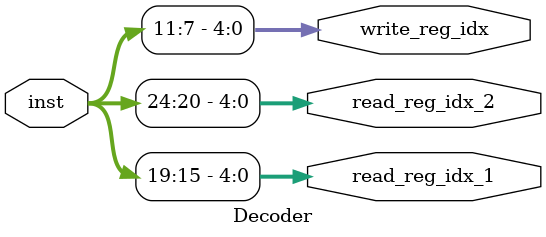
<source format=v>
`timescale 1ns / 1ps


module Decoder (
    input  [31:0] inst,                 // instruction, from Instruction_Memory(IF)

    output [4:0] read_reg_idx_1,      // register index 1 to be read from, to register
    output [4:0] read_reg_idx_2,      // register index 2 to be read from, to register
    output [4:0] write_reg_idx        // register index to be written to, to register
);

assign read_reg_idx_1 = inst[19:15];
assign read_reg_idx_2 = inst[24:20];
assign write_reg_idx  = inst[11:7];

endmodule

</source>
